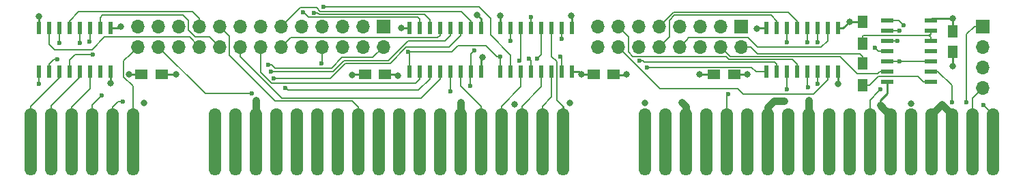
<source format=gtl>
G04 #@! TF.GenerationSoftware,KiCad,Pcbnew,5.1.5*
G04 #@! TF.CreationDate,2020-05-28T21:48:18+02:00*
G04 #@! TF.ProjectId,PIV_FliFi_Slot,5049565f-466c-4694-9669-5f536c6f742e,rev?*
G04 #@! TF.SameCoordinates,Original*
G04 #@! TF.FileFunction,Copper,L1,Top*
G04 #@! TF.FilePolarity,Positive*
%FSLAX46Y46*%
G04 Gerber Fmt 4.6, Leading zero omitted, Abs format (unit mm)*
G04 Created by KiCad (PCBNEW 5.1.5) date 2020-05-28 21:48:18*
%MOMM*%
%LPD*%
G04 APERTURE LIST*
%ADD10R,1.500000X0.600000*%
%ADD11O,1.700000X1.700000*%
%ADD12R,1.700000X1.700000*%
%ADD13R,1.300000X1.500000*%
%ADD14O,1.524000X8.382000*%
%ADD15R,0.600000X1.500000*%
%ADD16R,1.500000X1.250000*%
%ADD17R,1.250000X1.500000*%
%ADD18C,0.800000*%
%ADD19C,0.600000*%
%ADD20C,0.889000*%
%ADD21C,0.250000*%
%ADD22C,0.152400*%
%ADD23C,0.203200*%
G04 APERTURE END LIST*
D10*
X214536000Y-73787000D03*
X214536000Y-75057000D03*
X214536000Y-76327000D03*
X214536000Y-77597000D03*
X214536000Y-78867000D03*
X214536000Y-80137000D03*
X214536000Y-81407000D03*
X209136000Y-81407000D03*
X209136000Y-80137000D03*
X209136000Y-78867000D03*
X209136000Y-77597000D03*
X209136000Y-76327000D03*
X209136000Y-75057000D03*
X209136000Y-73787000D03*
D11*
X116205000Y-77089000D03*
X116205000Y-74549000D03*
X118745000Y-77089000D03*
X118745000Y-74549000D03*
X121285000Y-77089000D03*
X121285000Y-74549000D03*
X123825000Y-77089000D03*
X123825000Y-74549000D03*
X126365000Y-77089000D03*
X126365000Y-74549000D03*
X128905000Y-77089000D03*
X128905000Y-74549000D03*
X131445000Y-77089000D03*
X131445000Y-74549000D03*
X133985000Y-77089000D03*
X133985000Y-74549000D03*
X136525000Y-77089000D03*
X136525000Y-74549000D03*
X139065000Y-77089000D03*
X139065000Y-74549000D03*
X141605000Y-77089000D03*
X141605000Y-74549000D03*
X144145000Y-77089000D03*
X144145000Y-74549000D03*
X146685000Y-77089000D03*
D12*
X146685000Y-74549000D03*
D11*
X220980000Y-82169000D03*
X220980000Y-79629000D03*
X220980000Y-77089000D03*
D12*
X220980000Y-74549000D03*
D11*
X173228000Y-77089000D03*
X173228000Y-74549000D03*
X175768000Y-77089000D03*
X175768000Y-74549000D03*
X178308000Y-77089000D03*
X178308000Y-74549000D03*
X180848000Y-77089000D03*
X180848000Y-74549000D03*
X183388000Y-77089000D03*
X183388000Y-74549000D03*
X185928000Y-77089000D03*
X185928000Y-74549000D03*
X188468000Y-77089000D03*
X188468000Y-74549000D03*
X191008000Y-77089000D03*
D12*
X191008000Y-74549000D03*
D13*
X206121000Y-81868000D03*
X206121000Y-79168000D03*
X206121000Y-76661000D03*
X206121000Y-73961000D03*
D14*
X128270000Y-88900000D03*
X222250000Y-88900000D03*
X201930000Y-88900000D03*
X133350000Y-88900000D03*
X204470000Y-88900000D03*
X151130000Y-88900000D03*
X161290000Y-88900000D03*
X189230000Y-88900000D03*
X146050000Y-88900000D03*
X110490000Y-88900000D03*
X163830000Y-88900000D03*
X125730000Y-88900000D03*
X168910000Y-88900000D03*
X138430000Y-88900000D03*
X107950000Y-88900000D03*
X212090000Y-88900000D03*
X214630000Y-88900000D03*
X209550000Y-88900000D03*
X181610000Y-88900000D03*
X217170000Y-88900000D03*
X140970000Y-88900000D03*
X156210000Y-88900000D03*
X153670000Y-88900000D03*
X184150000Y-88900000D03*
X179070000Y-88900000D03*
X166370000Y-88900000D03*
X219710000Y-88900000D03*
X105410000Y-88900000D03*
X135890000Y-88900000D03*
X102870000Y-88900000D03*
X199390000Y-88900000D03*
X207010000Y-88900000D03*
X194310000Y-88900000D03*
X196850000Y-88900000D03*
X143510000Y-88900000D03*
X148590000Y-88900000D03*
X191770000Y-88900000D03*
X115570000Y-88900000D03*
X113030000Y-88900000D03*
X158750000Y-88900000D03*
X130810000Y-88900000D03*
X186690000Y-88900000D03*
D15*
X203073000Y-80170000D03*
X201803000Y-80170000D03*
X200533000Y-80170000D03*
X199263000Y-80170000D03*
X197993000Y-80170000D03*
X196723000Y-80170000D03*
X195453000Y-80170000D03*
X194183000Y-80170000D03*
X194183000Y-74770000D03*
X195453000Y-74770000D03*
X196723000Y-74770000D03*
X197993000Y-74770000D03*
X199263000Y-74770000D03*
X200533000Y-74770000D03*
X201803000Y-74770000D03*
X203073000Y-74770000D03*
X112763300Y-80170000D03*
X111493300Y-80170000D03*
X110223300Y-80170000D03*
X108953300Y-80170000D03*
X107683300Y-80170000D03*
X106413300Y-80170000D03*
X105143300Y-80170000D03*
X103873300Y-80170000D03*
X103873300Y-74770000D03*
X105143300Y-74770000D03*
X106413300Y-74770000D03*
X107683300Y-74770000D03*
X108953300Y-74770000D03*
X110223300Y-74770000D03*
X111493300Y-74770000D03*
X112763300Y-74770000D03*
X158750000Y-80170000D03*
X157480000Y-80170000D03*
X156210000Y-80170000D03*
X154940000Y-80170000D03*
X153670000Y-80170000D03*
X152400000Y-80170000D03*
X151130000Y-80170000D03*
X149860000Y-80170000D03*
X149860000Y-74770000D03*
X151130000Y-74770000D03*
X152400000Y-74770000D03*
X153670000Y-74770000D03*
X154940000Y-74770000D03*
X156210000Y-74770000D03*
X157480000Y-74770000D03*
X158750000Y-74770000D03*
X170053000Y-80170000D03*
X168783000Y-80170000D03*
X167513000Y-80170000D03*
X166243000Y-80170000D03*
X164973000Y-80170000D03*
X163703000Y-80170000D03*
X162433000Y-80170000D03*
X161163000Y-80170000D03*
X161163000Y-74770000D03*
X162433000Y-74770000D03*
X163703000Y-74770000D03*
X164973000Y-74770000D03*
X166243000Y-74770000D03*
X167513000Y-74770000D03*
X168783000Y-74770000D03*
X170053000Y-74770000D03*
D16*
X175227300Y-80530700D03*
X172727300Y-80530700D03*
X119144100Y-80530700D03*
X116644100Y-80530700D03*
X146855500Y-80530700D03*
X144355500Y-80530700D03*
X190162500Y-80530700D03*
X187662500Y-80530700D03*
D17*
X217297000Y-77704000D03*
X217297000Y-75204000D03*
D18*
X156210000Y-83947000D03*
X162941000Y-84201000D03*
X169799000Y-84074000D03*
X130810000Y-83693000D03*
X116967000Y-84074000D03*
X196342000Y-83820000D03*
X183642000Y-83947000D03*
X199452408Y-83734210D03*
X212090000Y-84108970D03*
X208280000Y-84328000D03*
X148844000Y-74739500D03*
X158305500Y-73152000D03*
X161163000Y-73215500D03*
X169926000Y-73215500D03*
X176784000Y-80518000D03*
X191770000Y-80518000D03*
X204470000Y-73977500D03*
X217297000Y-79502000D03*
X148463000Y-80645000D03*
X103886000Y-73279000D03*
X114109500Y-74549000D03*
X192976500Y-74803000D03*
X120904000Y-80518000D03*
X158940500Y-78422500D03*
X179070000Y-84074000D03*
X215900000Y-84264500D03*
X171196000Y-80518000D03*
X185864500Y-80518000D03*
X217297000Y-73596500D03*
X142811500Y-80581500D03*
X112776000Y-81597500D03*
X203073000Y-81724500D03*
X115123649Y-80518000D03*
D19*
X168589719Y-78290790D03*
X164719000Y-78549500D03*
X139001500Y-79143822D03*
X139221139Y-72096379D03*
X179387500Y-79629000D03*
X161163000Y-78295500D03*
X149748001Y-77700120D03*
X103886000Y-81724500D03*
X132327613Y-79276546D03*
X162433000Y-76390494D03*
X163513794Y-78779621D03*
X164973000Y-73406000D03*
X165682534Y-78590710D03*
X168783000Y-76073000D03*
X157887442Y-77559942D03*
X157416500Y-81978500D03*
X130285367Y-82901448D03*
X154940000Y-82654710D03*
X114363500Y-83883500D03*
X134488218Y-82167716D03*
X136715500Y-72766290D03*
X138049000Y-72846589D03*
X132715000Y-80137004D03*
X111696500Y-83121500D03*
X133060089Y-81015304D03*
X110635879Y-78027439D03*
X106172000Y-78613000D03*
X106426000Y-76644500D03*
X109029500Y-76644500D03*
X110172500Y-76404967D03*
X200533000Y-81661000D03*
X199365962Y-82110210D03*
X196723000Y-82399113D03*
X178428216Y-78844003D03*
X196723000Y-76512790D03*
X221107000Y-84328000D03*
X199263000Y-76517500D03*
X200533000Y-76517500D03*
X207645000Y-77216000D03*
X189420500Y-82994500D03*
X211201000Y-74422000D03*
X208343500Y-82354790D03*
X217170000Y-83947000D03*
X219011500Y-84010500D03*
X210693000Y-75057000D03*
X210693000Y-78867000D03*
X210439000Y-76327000D03*
D20*
X156210000Y-88900000D02*
X156210000Y-83947000D01*
X130810000Y-88900000D02*
X130810000Y-83693000D01*
X184150000Y-88900000D02*
X184150000Y-84455000D01*
X184150000Y-84455000D02*
X183642000Y-83947000D01*
X194310000Y-88900000D02*
X194310000Y-84582000D01*
X195072000Y-83820000D02*
X196342000Y-83820000D01*
X194310000Y-84582000D02*
X195072000Y-83820000D01*
X199390000Y-88900000D02*
X199390000Y-83796618D01*
X199390000Y-83796618D02*
X199452408Y-83734210D01*
X209550000Y-88900000D02*
X209550000Y-85598000D01*
X208679999Y-84727999D02*
X208280000Y-84328000D01*
X209550000Y-85598000D02*
X208679999Y-84727999D01*
D21*
X149860000Y-74770000D02*
X148874500Y-74770000D01*
X148874500Y-74770000D02*
X148844000Y-74739500D01*
X158750000Y-74770000D02*
X158750000Y-73596500D01*
X158750000Y-73596500D02*
X158305500Y-73152000D01*
X161163000Y-74770000D02*
X161163000Y-73215500D01*
X170053000Y-74770000D02*
X170053000Y-73342500D01*
X170053000Y-73342500D02*
X169926000Y-73215500D01*
X175227300Y-80556100D02*
X176745900Y-80556100D01*
X176745900Y-80556100D02*
X176784000Y-80518000D01*
X191757300Y-80530700D02*
X191770000Y-80518000D01*
X190162500Y-80530700D02*
X191757300Y-80530700D01*
X203073000Y-74770000D02*
X203677500Y-74770000D01*
X203677500Y-74770000D02*
X204470000Y-73977500D01*
X206104500Y-73977500D02*
X206121000Y-73961000D01*
X204470000Y-73977500D02*
X206104500Y-73977500D01*
X208280000Y-84328000D02*
X208280000Y-83756500D01*
X209136000Y-82900500D02*
X209136000Y-81407000D01*
X208280000Y-83756500D02*
X209136000Y-82900500D01*
X217297000Y-77704000D02*
X217297000Y-79502000D01*
X146855500Y-80530700D02*
X148348700Y-80530700D01*
X148348700Y-80530700D02*
X148463000Y-80645000D01*
X103873300Y-74770000D02*
X103873300Y-73291700D01*
X103873300Y-73291700D02*
X103886000Y-73279000D01*
X112763300Y-74770000D02*
X113888500Y-74770000D01*
X113888500Y-74770000D02*
X114109500Y-74549000D01*
X194183000Y-74770000D02*
X193009500Y-74770000D01*
X193009500Y-74770000D02*
X192976500Y-74803000D01*
X120891300Y-80530700D02*
X120904000Y-80518000D01*
X119144100Y-80530700D02*
X120891300Y-80530700D01*
X158750000Y-80170000D02*
X158750000Y-78613000D01*
X158750000Y-78613000D02*
X158940500Y-78422500D01*
D20*
X214630000Y-88900000D02*
X214630000Y-85534500D01*
X214630000Y-85534500D02*
X215900000Y-84264500D01*
X217170000Y-85534500D02*
X217170000Y-88900000D01*
X215900000Y-84264500D02*
X217170000Y-85534500D01*
D21*
X170053000Y-80170000D02*
X170848000Y-80170000D01*
X170848000Y-80170000D02*
X171196000Y-80518000D01*
X172689200Y-80518000D02*
X172727300Y-80556100D01*
X171196000Y-80518000D02*
X172689200Y-80518000D01*
X187662500Y-80530700D02*
X185877200Y-80530700D01*
X185877200Y-80530700D02*
X185864500Y-80518000D01*
X217297000Y-75204000D02*
X217297000Y-73596500D01*
X214726500Y-73596500D02*
X214536000Y-73787000D01*
X217297000Y-73596500D02*
X214726500Y-73596500D01*
X144355500Y-80530700D02*
X142862300Y-80530700D01*
X142862300Y-80530700D02*
X142811500Y-80581500D01*
X112763300Y-81584800D02*
X112776000Y-81597500D01*
X112763300Y-80170000D02*
X112763300Y-81584800D01*
X203073000Y-80170000D02*
X203073000Y-81724500D01*
X116644100Y-80530700D02*
X115136349Y-80530700D01*
X115136349Y-80530700D02*
X115123649Y-80518000D01*
D22*
X168783000Y-80170000D02*
X168783000Y-78484071D01*
X168783000Y-78484071D02*
X168589719Y-78290790D01*
X167513000Y-81170000D02*
X167513000Y-80170000D01*
X167513000Y-83316000D02*
X167513000Y-81170000D01*
X166370000Y-84459000D02*
X167513000Y-83316000D01*
X166370000Y-88900000D02*
X166370000Y-84459000D01*
X166243000Y-81170000D02*
X166243000Y-80170000D01*
X166243000Y-82046000D02*
X166243000Y-81170000D01*
X163830000Y-84459000D02*
X166243000Y-82046000D01*
X163830000Y-88900000D02*
X163830000Y-84459000D01*
X164973000Y-80170000D02*
X164973000Y-78803500D01*
X164973000Y-78803500D02*
X164719000Y-78549500D01*
X139065000Y-79080322D02*
X139001500Y-79143822D01*
X139065000Y-77089000D02*
X139065000Y-79080322D01*
X163703000Y-81170000D02*
X163703000Y-80170000D01*
X163703000Y-82046000D02*
X163703000Y-81170000D01*
X161290000Y-84459000D02*
X163703000Y-82046000D01*
X161290000Y-88900000D02*
X161290000Y-84459000D01*
X159956500Y-73533000D02*
X158519879Y-72096379D01*
X162433000Y-78105000D02*
X159956500Y-75628500D01*
X162433000Y-80170000D02*
X162433000Y-78105000D01*
X139645403Y-72096379D02*
X139221139Y-72096379D01*
X158519879Y-72096379D02*
X139645403Y-72096379D01*
X159956500Y-75628500D02*
X159956500Y-73533000D01*
X161163000Y-78719764D02*
X161163000Y-80170000D01*
X161163000Y-78295500D02*
X161163000Y-78719764D01*
X149860000Y-77812119D02*
X149748001Y-77700120D01*
X149860000Y-80170000D02*
X149860000Y-77812119D01*
X103873300Y-80170000D02*
X103873300Y-81711800D01*
X103873300Y-81711800D02*
X103886000Y-81724500D01*
X133195354Y-79720023D02*
X132751877Y-79276546D01*
X145351500Y-78422500D02*
X141541500Y-78422500D01*
X132751877Y-79276546D02*
X132327613Y-79276546D01*
X141541500Y-78422500D02*
X140243977Y-79720023D01*
X140243977Y-79720023D02*
X133195354Y-79720023D01*
X146685000Y-77089000D02*
X145351500Y-78422500D01*
X160738736Y-78295500D02*
X159405236Y-76962000D01*
X161163000Y-78295500D02*
X160738736Y-78295500D01*
X159405236Y-76962000D02*
X155892500Y-76962000D01*
X155154380Y-77700120D02*
X149748001Y-77700120D01*
X155892500Y-76962000D02*
X155154380Y-77700120D01*
X194183000Y-80170000D02*
X192867280Y-80170000D01*
X192326280Y-79629000D02*
X179811764Y-79629000D01*
X179811764Y-79629000D02*
X179387500Y-79629000D01*
X192867280Y-80170000D02*
X192326280Y-79629000D01*
X162433000Y-74770000D02*
X162433000Y-76390494D01*
X163703000Y-74770000D02*
X163703000Y-78536574D01*
X163703000Y-78536574D02*
X163513794Y-78725780D01*
D21*
X163513794Y-78725780D02*
X163513794Y-78779621D01*
D22*
X164973000Y-73406000D02*
X164973000Y-74770000D01*
X166243000Y-74770000D02*
X166243000Y-78030244D01*
X166243000Y-78030244D02*
X165682534Y-78590710D01*
D21*
X168910000Y-88900000D02*
X168910000Y-84459000D01*
D22*
X168138001Y-83687001D02*
X168138001Y-78899226D01*
X168910000Y-84459000D02*
X168138001Y-83687001D01*
X167513000Y-78274225D02*
X167513000Y-75672400D01*
X167513000Y-75672400D02*
X167513000Y-74770000D01*
X168138001Y-78899226D02*
X167513000Y-78274225D01*
X168783000Y-74770000D02*
X168783000Y-76073000D01*
X157480000Y-80170000D02*
X157480000Y-77967384D01*
X157480000Y-77967384D02*
X157587443Y-77859941D01*
X157587443Y-77859941D02*
X157887442Y-77559942D01*
X157416500Y-80233500D02*
X157480000Y-80170000D01*
X157416500Y-81978500D02*
X157416500Y-80233500D01*
X129861103Y-82901448D02*
X130285367Y-82901448D01*
X118745000Y-77089000D02*
X124557448Y-82901448D01*
X124557448Y-82901448D02*
X129861103Y-82901448D01*
X158750000Y-84459000D02*
X156210000Y-81919000D01*
X156210000Y-81170000D02*
X156210000Y-80170000D01*
X156210000Y-81919000D02*
X156210000Y-81170000D01*
X158750000Y-88900000D02*
X158750000Y-84459000D01*
X154940000Y-80170000D02*
X154940000Y-82654710D01*
X128905000Y-78291081D02*
X128905000Y-77089000D01*
X134052919Y-83439000D02*
X128905000Y-78291081D01*
X153670000Y-81072400D02*
X151303400Y-83439000D01*
X153670000Y-80170000D02*
X153670000Y-81072400D01*
X151303400Y-83439000D02*
X134052919Y-83439000D01*
D23*
X113254599Y-89392299D02*
X113254599Y-84998099D01*
D22*
X113030000Y-84556600D02*
X113030000Y-88900000D01*
X113703100Y-83883500D02*
X113030000Y-84556600D01*
X114363500Y-83883500D02*
X113703100Y-83883500D01*
X151004685Y-82467715D02*
X134788217Y-82467715D01*
X134788217Y-82467715D02*
X134488218Y-82167716D01*
X152400000Y-81072400D02*
X151004685Y-82467715D01*
X152400000Y-80170000D02*
X152400000Y-81072400D01*
X131445000Y-78291081D02*
X131445000Y-77089000D01*
X151130000Y-81072400D02*
X150610894Y-81591506D01*
X151130000Y-80170000D02*
X151130000Y-81072400D01*
X150610894Y-81591506D02*
X132783511Y-81591506D01*
X132783511Y-81591506D02*
X131445000Y-80252995D01*
X131445000Y-80252995D02*
X131445000Y-78291081D01*
X137015499Y-73066289D02*
X136715500Y-72766290D01*
X137372009Y-73422799D02*
X137015499Y-73066289D01*
X150892799Y-73422799D02*
X137372009Y-73422799D01*
X151130000Y-74770000D02*
X151130000Y-73660000D01*
X151130000Y-73660000D02*
X150892799Y-73422799D01*
X138473264Y-72846589D02*
X138049000Y-72846589D01*
X151778638Y-73070388D02*
X138697063Y-73070388D01*
X152400000Y-74770000D02*
X152400000Y-73691750D01*
X138697063Y-73070388D02*
X138473264Y-72846589D01*
X152400000Y-73691750D02*
X151778638Y-73070388D01*
X135111201Y-75962799D02*
X134834999Y-76239001D01*
X153379601Y-75962799D02*
X135111201Y-75962799D01*
X134834999Y-76239001D02*
X133985000Y-77089000D01*
X153670000Y-74770000D02*
X153670000Y-75672400D01*
X153670000Y-75672400D02*
X153379601Y-75962799D01*
X149681290Y-76315210D02*
X147221589Y-78774911D01*
X147221589Y-78774911D02*
X141760589Y-78774911D01*
X154940000Y-75672400D02*
X154297190Y-76315210D01*
X154940000Y-74770000D02*
X154940000Y-75672400D01*
X141760589Y-78774911D02*
X140398496Y-80137004D01*
X140398496Y-80137004D02*
X133139264Y-80137004D01*
X154297190Y-76315210D02*
X149681290Y-76315210D01*
X133139264Y-80137004D02*
X132715000Y-80137004D01*
X110490000Y-84328000D02*
X110490000Y-88900000D01*
X111696500Y-83121500D02*
X110490000Y-84328000D01*
X156210000Y-75672400D02*
X154758490Y-77123910D01*
X147494562Y-79127322D02*
X141916178Y-79127322D01*
X156210000Y-74770000D02*
X156210000Y-75672400D01*
X140028196Y-81015304D02*
X133484353Y-81015304D01*
X141916178Y-79127322D02*
X140028196Y-81015304D01*
X133484353Y-81015304D02*
X133060089Y-81015304D01*
X149497974Y-77123910D02*
X147494562Y-79127322D01*
X154758490Y-77123910D02*
X149497974Y-77123910D01*
X136343912Y-72190088D02*
X134834999Y-73699001D01*
X156284989Y-72672589D02*
X138829973Y-72672589D01*
X134834999Y-73699001D02*
X133985000Y-74549000D01*
X138829973Y-72672589D02*
X138347472Y-72190088D01*
X157480000Y-73867600D02*
X156284989Y-72672589D01*
X157480000Y-74770000D02*
X157480000Y-73867600D01*
X138347472Y-72190088D02*
X136343912Y-72190088D01*
D23*
X108174599Y-89392299D02*
X108174599Y-84998099D01*
D22*
X110223300Y-81072400D02*
X110223300Y-80170000D01*
X110223300Y-82283300D02*
X110223300Y-81072400D01*
X107950000Y-84556600D02*
X110223300Y-82283300D01*
X107950000Y-88900000D02*
X107950000Y-84556600D01*
D23*
X105634599Y-89392299D02*
X105634599Y-84998099D01*
D22*
X108953300Y-80848200D02*
X108953300Y-80620000D01*
X108953300Y-80620000D02*
X108953300Y-80170000D01*
X105410000Y-88900000D02*
X105410000Y-84391500D01*
X105410000Y-84391500D02*
X108953300Y-80848200D01*
X110211615Y-78027439D02*
X110635879Y-78027439D01*
X107683300Y-78752700D02*
X108408561Y-78027439D01*
X107683300Y-80170000D02*
X107683300Y-78752700D01*
X108408561Y-78027439D02*
X110211615Y-78027439D01*
D23*
X103094599Y-89392299D02*
X103094599Y-84998099D01*
D22*
X106413300Y-80620000D02*
X106413300Y-80170000D01*
X106413300Y-80911700D02*
X106413300Y-80620000D01*
X102870000Y-88900000D02*
X102870000Y-84455000D01*
X102870000Y-84455000D02*
X106413300Y-80911700D01*
X105143300Y-80170000D02*
X105143300Y-79217436D01*
X105747736Y-78613000D02*
X106172000Y-78613000D01*
X105143300Y-79217436D02*
X105747736Y-78613000D01*
X122618500Y-75882500D02*
X112077500Y-75882500D01*
X123825000Y-77089000D02*
X122618500Y-75882500D01*
X105143300Y-75672400D02*
X105143300Y-74770000D01*
X105143300Y-76758800D02*
X105143300Y-75672400D01*
X112077500Y-75882500D02*
X110490000Y-77470000D01*
X110490000Y-77470000D02*
X105854500Y-77470000D01*
X105854500Y-77470000D02*
X105143300Y-76758800D01*
X106426000Y-74782700D02*
X106413300Y-74770000D01*
X106426000Y-76644500D02*
X106426000Y-74782700D01*
X123825000Y-73533000D02*
X123825000Y-74549000D01*
X122999500Y-72707500D02*
X123825000Y-73533000D01*
X108843400Y-72707500D02*
X122999500Y-72707500D01*
X107683300Y-74770000D02*
X107683300Y-73867600D01*
X107683300Y-73867600D02*
X108843400Y-72707500D01*
X109029500Y-74846200D02*
X108953300Y-74770000D01*
X109029500Y-76644500D02*
X109029500Y-74846200D01*
X110223300Y-76354167D02*
X110172500Y-76404967D01*
X110223300Y-74770000D02*
X110223300Y-76354167D01*
X111823500Y-73152000D02*
X111493300Y-73482200D01*
X126365000Y-77089000D02*
X125095000Y-75819000D01*
X125095000Y-75819000D02*
X123317000Y-75819000D01*
X123317000Y-75819000D02*
X122491500Y-74993500D01*
X122491500Y-74993500D02*
X122491500Y-73850500D01*
X111493300Y-73482200D02*
X111493300Y-74770000D01*
X121793000Y-73152000D02*
X111823500Y-73152000D01*
X122491500Y-73850500D02*
X121793000Y-73152000D01*
X190627000Y-82296000D02*
X180975000Y-82296000D01*
X191306323Y-82975323D02*
X190627000Y-82296000D01*
X200044177Y-82975323D02*
X191306323Y-82975323D01*
X180975000Y-82296000D02*
X176617999Y-77938999D01*
X201803000Y-81216500D02*
X200044177Y-82975323D01*
X176617999Y-77938999D02*
X175768000Y-77089000D01*
X201803000Y-80170000D02*
X201803000Y-81216500D01*
X200533000Y-81661000D02*
X200533000Y-80170000D01*
X199263000Y-80170000D02*
X199263000Y-81534000D01*
X199263000Y-81534000D02*
X199263000Y-82007248D01*
X199263000Y-82007248D02*
X199365962Y-82110210D01*
X177038000Y-77724000D02*
X177038000Y-75819000D01*
X197993000Y-80170000D02*
X197993000Y-79267600D01*
X177581801Y-78267801D02*
X177038000Y-77724000D01*
X176617999Y-75398999D02*
X175768000Y-74549000D01*
X189509593Y-78628977D02*
X189148417Y-78267801D01*
X197373310Y-78647910D02*
X192341956Y-78647910D01*
X197993000Y-79267600D02*
X197373310Y-78647910D01*
X192323023Y-78628977D02*
X189509593Y-78628977D01*
X177038000Y-75819000D02*
X176617999Y-75398999D01*
X192341956Y-78647910D02*
X192323023Y-78628977D01*
X189148417Y-78267801D02*
X177581801Y-78267801D01*
X196723000Y-80170000D02*
X196723000Y-82399113D01*
X178852480Y-78844003D02*
X178428216Y-78844003D01*
X179008797Y-79000320D02*
X178852480Y-78844003D01*
X195453000Y-79267600D02*
X195185720Y-79000320D01*
X195185720Y-79000320D02*
X179008797Y-79000320D01*
X195453000Y-80170000D02*
X195453000Y-79267600D01*
X195453000Y-73867600D02*
X194737400Y-73152000D01*
X195453000Y-74770000D02*
X195453000Y-73867600D01*
X194737400Y-73152000D02*
X182753000Y-73152000D01*
X182753000Y-73152000D02*
X182118000Y-73787000D01*
X182118000Y-75819000D02*
X180848000Y-77089000D01*
X182118000Y-73787000D02*
X182118000Y-75819000D01*
X196723000Y-74770000D02*
X196723000Y-76512790D01*
X197993000Y-73867600D02*
X196896400Y-72771000D01*
X197993000Y-74770000D02*
X197993000Y-73867600D01*
X182626000Y-72771000D02*
X180848000Y-74549000D01*
X196896400Y-72771000D02*
X182626000Y-72771000D01*
X222250000Y-88900000D02*
X222250000Y-85471000D01*
X221335600Y-84556600D02*
X221107000Y-84328000D01*
X222250000Y-85471000D02*
X221335600Y-84556600D01*
X199263000Y-76093236D02*
X199263000Y-74770000D01*
X199263000Y-76517500D02*
X199263000Y-76093236D01*
X200533000Y-76093236D02*
X200533000Y-74770000D01*
X200533000Y-76517500D02*
X200533000Y-76093236D01*
X201803000Y-74770000D02*
X201803000Y-76327000D01*
X201803000Y-76327000D02*
X200977500Y-77152500D01*
X200977500Y-77152500D02*
X193040000Y-77152500D01*
X184237999Y-76239001D02*
X183388000Y-77089000D01*
X184514201Y-75962799D02*
X184237999Y-76239001D01*
X191850299Y-75962799D02*
X184514201Y-75962799D01*
X193040000Y-77152500D02*
X191850299Y-75962799D01*
X189230000Y-83185000D02*
X189420500Y-82994500D01*
X189230000Y-88900000D02*
X189230000Y-83185000D01*
X208026000Y-77597000D02*
X209136000Y-77597000D01*
X207645000Y-77216000D02*
X208026000Y-77597000D01*
X219710000Y-83439000D02*
X220980000Y-82169000D01*
X219710000Y-88900000D02*
X219710000Y-83439000D01*
X209136000Y-73787000D02*
X210566000Y-73787000D01*
X210566000Y-73787000D02*
X211201000Y-74422000D01*
X207010000Y-83688290D02*
X208043501Y-82654789D01*
X208043501Y-82654789D02*
X208343500Y-82354790D01*
X207010000Y-88900000D02*
X207010000Y-83688290D01*
X143510000Y-84556600D02*
X142744811Y-83791411D01*
X142744811Y-83791411D02*
X133194411Y-83791411D01*
X127214999Y-75398999D02*
X126365000Y-74549000D01*
X133194411Y-83791411D02*
X127571500Y-78168500D01*
X127571500Y-75755500D02*
X127214999Y-75398999D01*
X143510000Y-88900000D02*
X143510000Y-84556600D01*
X127571500Y-78168500D02*
X127571500Y-75755500D01*
X115570000Y-88900000D02*
X115570000Y-81965131D01*
X114447447Y-80842578D02*
X114447447Y-78846553D01*
X115570000Y-81965131D02*
X114447447Y-80842578D01*
X114447447Y-78846553D02*
X115355001Y-77938999D01*
X115355001Y-77938999D02*
X116205000Y-77089000D01*
X215438400Y-80137000D02*
X217170000Y-81868600D01*
X217170000Y-81868600D02*
X217170000Y-83522736D01*
X214536000Y-80137000D02*
X215438400Y-80137000D01*
X217170000Y-83522736D02*
X217170000Y-83947000D01*
X219011500Y-75515100D02*
X219011500Y-83586236D01*
X219011500Y-83586236D02*
X219011500Y-84010500D01*
X219977600Y-74549000D02*
X219011500Y-75515100D01*
X220980000Y-74549000D02*
X219977600Y-74549000D01*
X214536000Y-75509400D02*
X214353400Y-75692000D01*
X214536000Y-75057000D02*
X214536000Y-75509400D01*
X206121000Y-75758600D02*
X206121000Y-76661000D01*
X206187600Y-75692000D02*
X206121000Y-75758600D01*
X214353400Y-75692000D02*
X206187600Y-75692000D01*
X214536000Y-75874600D02*
X214353400Y-75692000D01*
X214536000Y-76327000D02*
X214536000Y-75874600D01*
X213633600Y-81407000D02*
X212998600Y-80772000D01*
X214536000Y-81407000D02*
X213633600Y-81407000D01*
X212998600Y-80772000D02*
X208026000Y-80772000D01*
X206930000Y-81868000D02*
X206121000Y-81868000D01*
X208026000Y-80772000D02*
X206930000Y-81868000D01*
X206121000Y-79168000D02*
X206121000Y-78265600D01*
X206121000Y-78265600D02*
X205794399Y-77938999D01*
X205794399Y-77938999D02*
X193060080Y-77938999D01*
X192210081Y-77089000D02*
X191008000Y-77089000D01*
X193060080Y-77938999D02*
X192210081Y-77089000D01*
X214536000Y-78867000D02*
X209136000Y-78867000D01*
X209136000Y-75057000D02*
X210693000Y-75057000D01*
X209136000Y-76327000D02*
X210439000Y-76327000D01*
X207979600Y-80391000D02*
X205446838Y-80391000D01*
X209136000Y-80137000D02*
X208233600Y-80137000D01*
X208233600Y-80137000D02*
X207979600Y-80391000D01*
X192468995Y-78276567D02*
X189655567Y-78276567D01*
X203351338Y-78295500D02*
X192487928Y-78295500D01*
X189655567Y-78276567D02*
X189317999Y-77938999D01*
X192487928Y-78295500D02*
X192468995Y-78276567D01*
X189317999Y-77938999D02*
X188468000Y-77089000D01*
X205446838Y-80391000D02*
X203351338Y-78295500D01*
M02*

</source>
